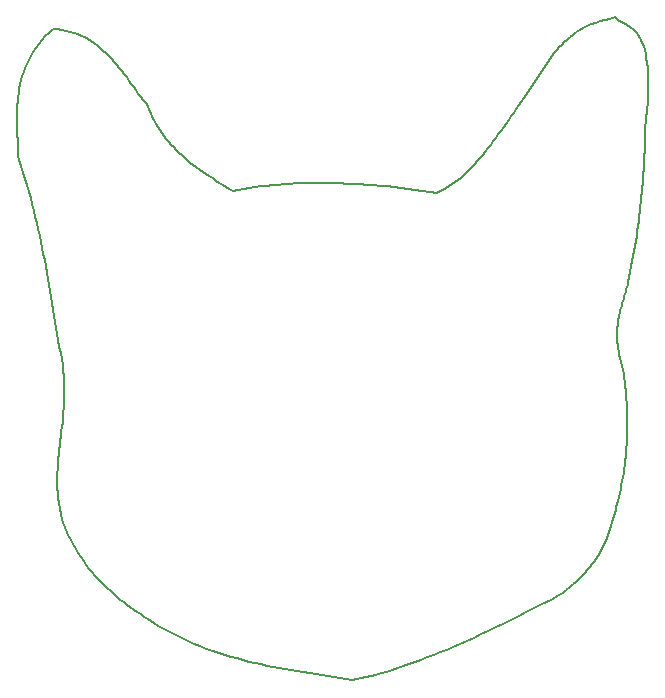
<source format=gm1>
G04 #@! TF.GenerationSoftware,KiCad,Pcbnew,5.1.6-c6e7f7d~87~ubuntu18.04.1*
G04 #@! TF.CreationDate,2020-07-20T20:37:32+02:00*
G04 #@! TF.ProjectId,cat-demo,6361742d-6465-46d6-9f2e-6b696361645f,rev?*
G04 #@! TF.SameCoordinates,Original*
G04 #@! TF.FileFunction,Profile,NP*
%FSLAX46Y46*%
G04 Gerber Fmt 4.6, Leading zero omitted, Abs format (unit mm)*
G04 Created by KiCad (PCBNEW 5.1.6-c6e7f7d~87~ubuntu18.04.1) date 2020-07-20 20:37:32*
%MOMM*%
%LPD*%
G01*
G04 APERTURE LIST*
G04 #@! TA.AperFunction,Profile*
%ADD10C,0.200000*%
G04 #@! TD*
G04 APERTURE END LIST*
D10*
X156893649Y-50020112D02*
X156883306Y-50390648D01*
X156883306Y-50390648D02*
X156871557Y-50762587D01*
X156871557Y-50762587D02*
X156858318Y-51136014D01*
X156858318Y-51136014D02*
X156843504Y-51511014D01*
X156843504Y-51511014D02*
X156827030Y-51887672D01*
X156827030Y-51887672D02*
X156808810Y-52266074D01*
X156808810Y-52266074D02*
X156788760Y-52646304D01*
X156788760Y-52646304D02*
X156766796Y-53028448D01*
X156766796Y-53028448D02*
X156742831Y-53412591D01*
X156742831Y-53412591D02*
X156716782Y-53798817D01*
X156716782Y-53798817D02*
X156688563Y-54187213D01*
X156688563Y-54187213D02*
X156658090Y-54577862D01*
X156658090Y-54577862D02*
X156625278Y-54970850D01*
X156625278Y-54970850D02*
X156590041Y-55366263D01*
X156590041Y-55366263D02*
X156552295Y-55764185D01*
X156552295Y-55764185D02*
X156511956Y-56164702D01*
X156511956Y-56164702D02*
X156468937Y-56567898D01*
X156468937Y-56567898D02*
X156423154Y-56973858D01*
X156423154Y-56973858D02*
X156374523Y-57382669D01*
X156374523Y-57382669D02*
X156322959Y-57794414D01*
X156322959Y-57794414D02*
X156268376Y-58209180D01*
X156268376Y-58209180D02*
X156210690Y-58627050D01*
X156210690Y-58627050D02*
X156149815Y-59048111D01*
X156149815Y-59048111D02*
X156085668Y-59472447D01*
X156085668Y-59472447D02*
X156018162Y-59900143D01*
X156018162Y-59900143D02*
X155947214Y-60331285D01*
X155947214Y-60331285D02*
X155872738Y-60765958D01*
X155872738Y-60765958D02*
X155794649Y-61204246D01*
X155794649Y-61204246D02*
X155712863Y-61646235D01*
X155712863Y-61646235D02*
X155627295Y-62092011D01*
X155627295Y-62092011D02*
X155537859Y-62541657D01*
X155537859Y-62541657D02*
X155444472Y-62995260D01*
X107477731Y-69482797D02*
X107374604Y-68958410D01*
X107374604Y-68958410D02*
X107275081Y-68434623D01*
X107275081Y-68434623D02*
X107178730Y-67911365D01*
X107178730Y-67911365D02*
X107085118Y-67388563D01*
X107085118Y-67388563D02*
X106993813Y-66866145D01*
X106993813Y-66866145D02*
X106904381Y-66344040D01*
X106904381Y-66344040D02*
X106816391Y-65822174D01*
X106816391Y-65822174D02*
X106729410Y-65300477D01*
X106729410Y-65300477D02*
X106643005Y-64778875D01*
X106643005Y-64778875D02*
X106556743Y-64257297D01*
X106556743Y-64257297D02*
X106470193Y-63735671D01*
X106470193Y-63735671D02*
X106382922Y-63213925D01*
X106382922Y-63213925D02*
X106294496Y-62691986D01*
X106294496Y-62691986D02*
X106204484Y-62169783D01*
X106204484Y-62169783D02*
X106112453Y-61647244D01*
X106112453Y-61647244D02*
X106017970Y-61124296D01*
X106017970Y-61124296D02*
X105920603Y-60600867D01*
X105920603Y-60600867D02*
X105819919Y-60076885D01*
X105819919Y-60076885D02*
X105715486Y-59552279D01*
X105715486Y-59552279D02*
X105606871Y-59026976D01*
X105606871Y-59026976D02*
X105493641Y-58500904D01*
X105493641Y-58500904D02*
X105375364Y-57973990D01*
X105375364Y-57973990D02*
X105251608Y-57446164D01*
X105251608Y-57446164D02*
X105121940Y-56917353D01*
X105121940Y-56917353D02*
X104985927Y-56387484D01*
X104985927Y-56387484D02*
X104843136Y-55856486D01*
X104843136Y-55856486D02*
X104693136Y-55324287D01*
X104693136Y-55324287D02*
X104535494Y-54790814D01*
X104535494Y-54790814D02*
X104369776Y-54255996D01*
X104369776Y-54255996D02*
X104195551Y-53719760D01*
X104195551Y-53719760D02*
X104012386Y-53182035D01*
X104012386Y-53182035D02*
X103819849Y-52642748D01*
X149577885Y-89497620D02*
X148872524Y-89870428D01*
X148872524Y-89870428D02*
X148177328Y-90233655D01*
X148177328Y-90233655D02*
X147492295Y-90587302D01*
X147492295Y-90587302D02*
X146817427Y-90931366D01*
X146817427Y-90931366D02*
X146152722Y-91265850D01*
X146152722Y-91265850D02*
X145498181Y-91590752D01*
X145498181Y-91590752D02*
X144853804Y-91906073D01*
X144853804Y-91906073D02*
X144219591Y-92211813D01*
X144219591Y-92211813D02*
X143595542Y-92507971D01*
X143595542Y-92507971D02*
X142981657Y-92794548D01*
X142981657Y-92794548D02*
X142377936Y-93071544D01*
X142377936Y-93071544D02*
X141784379Y-93338958D01*
X141784379Y-93338958D02*
X141200985Y-93596791D01*
X141200985Y-93596791D02*
X140627756Y-93845042D01*
X140627756Y-93845042D02*
X140064690Y-94083713D01*
X140064690Y-94083713D02*
X139511789Y-94312801D01*
X139511789Y-94312801D02*
X138969051Y-94532308D01*
X138969051Y-94532308D02*
X138436477Y-94742234D01*
X138436477Y-94742234D02*
X137914068Y-94942578D01*
X137914068Y-94942578D02*
X137401822Y-95133341D01*
X137401822Y-95133341D02*
X136899740Y-95314522D01*
X136899740Y-95314522D02*
X136407822Y-95486122D01*
X136407822Y-95486122D02*
X135926068Y-95648140D01*
X135926068Y-95648140D02*
X135454478Y-95800577D01*
X135454478Y-95800577D02*
X134993052Y-95943432D01*
X134993052Y-95943432D02*
X134541789Y-96076705D01*
X134541789Y-96076705D02*
X134100691Y-96200397D01*
X134100691Y-96200397D02*
X133669757Y-96314508D01*
X133669757Y-96314508D02*
X133248986Y-96419036D01*
X133248986Y-96419036D02*
X132838380Y-96513983D01*
X132838380Y-96513983D02*
X132437937Y-96599349D01*
X132437937Y-96599349D02*
X132047659Y-96675133D01*
X154547269Y-81491691D02*
X154487910Y-81753870D01*
X154487910Y-81753870D02*
X154426930Y-82015847D01*
X154426930Y-82015847D02*
X154363871Y-82277563D01*
X154363871Y-82277563D02*
X154298276Y-82538962D01*
X154298276Y-82538962D02*
X154229689Y-82799987D01*
X154229689Y-82799987D02*
X154157653Y-83060581D01*
X154157653Y-83060581D02*
X154081712Y-83320686D01*
X154081712Y-83320686D02*
X154001408Y-83580246D01*
X154001408Y-83580246D02*
X153916284Y-83839203D01*
X153916284Y-83839203D02*
X153825885Y-84097500D01*
X153825885Y-84097500D02*
X153729753Y-84355081D01*
X153729753Y-84355081D02*
X153627432Y-84611887D01*
X153627432Y-84611887D02*
X153518465Y-84867863D01*
X153518465Y-84867863D02*
X153402395Y-85122951D01*
X153402395Y-85122951D02*
X153278765Y-85377094D01*
X153278765Y-85377094D02*
X153147120Y-85630235D01*
X153147120Y-85630235D02*
X153007001Y-85882316D01*
X153007001Y-85882316D02*
X152857952Y-86133281D01*
X152857952Y-86133281D02*
X152699517Y-86383073D01*
X152699517Y-86383073D02*
X152531239Y-86631635D01*
X152531239Y-86631635D02*
X152352661Y-86878909D01*
X152352661Y-86878909D02*
X152163326Y-87124838D01*
X152163326Y-87124838D02*
X151962778Y-87369365D01*
X151962778Y-87369365D02*
X151750560Y-87612434D01*
X151750560Y-87612434D02*
X151526215Y-87853987D01*
X151526215Y-87853987D02*
X151289287Y-88093967D01*
X151289287Y-88093967D02*
X151039318Y-88332317D01*
X151039318Y-88332317D02*
X150775852Y-88568980D01*
X150775852Y-88568980D02*
X150498433Y-88803899D01*
X150498433Y-88803899D02*
X150206603Y-89037016D01*
X150206603Y-89037016D02*
X149899905Y-89268276D01*
X149899905Y-89268276D02*
X149577885Y-89497620D01*
X114793514Y-48087643D02*
X114904976Y-48394011D01*
X114904976Y-48394011D02*
X115026592Y-48692996D01*
X115026592Y-48692996D02*
X115158074Y-48984805D01*
X115158074Y-48984805D02*
X115299136Y-49269647D01*
X115299136Y-49269647D02*
X115449488Y-49547732D01*
X115449488Y-49547732D02*
X115608845Y-49819269D01*
X115608845Y-49819269D02*
X115776919Y-50084466D01*
X115776919Y-50084466D02*
X115953423Y-50343533D01*
X115953423Y-50343533D02*
X116138068Y-50596679D01*
X116138068Y-50596679D02*
X116330569Y-50844111D01*
X116330569Y-50844111D02*
X116530637Y-51086041D01*
X116530637Y-51086041D02*
X116737985Y-51322675D01*
X116737985Y-51322675D02*
X116952325Y-51554225D01*
X116952325Y-51554225D02*
X117173371Y-51780897D01*
X117173371Y-51780897D02*
X117400835Y-52002902D01*
X117400835Y-52002902D02*
X117634430Y-52220449D01*
X117634430Y-52220449D02*
X117873868Y-52433745D01*
X117873868Y-52433745D02*
X118118862Y-52643001D01*
X118118862Y-52643001D02*
X118369125Y-52848426D01*
X118369125Y-52848426D02*
X118624369Y-53050227D01*
X118624369Y-53050227D02*
X118884307Y-53248615D01*
X118884307Y-53248615D02*
X119148651Y-53443798D01*
X119148651Y-53443798D02*
X119417115Y-53635986D01*
X119417115Y-53635986D02*
X119689410Y-53825386D01*
X119689410Y-53825386D02*
X119965250Y-54012209D01*
X119965250Y-54012209D02*
X120244347Y-54196663D01*
X120244347Y-54196663D02*
X120526414Y-54378957D01*
X120526414Y-54378957D02*
X120811163Y-54559300D01*
X120811163Y-54559300D02*
X121098308Y-54737901D01*
X121098308Y-54737901D02*
X121387560Y-54914970D01*
X121387560Y-54914970D02*
X121678632Y-55090714D01*
X121678632Y-55090714D02*
X121971238Y-55265344D01*
X132047659Y-96675133D02*
X131534345Y-96590129D01*
X131534345Y-96590129D02*
X131021032Y-96507014D01*
X131021032Y-96507014D02*
X130507719Y-96425213D01*
X130507719Y-96425213D02*
X129994406Y-96344154D01*
X129994406Y-96344154D02*
X129481094Y-96263265D01*
X129481094Y-96263265D02*
X128967782Y-96181972D01*
X128967782Y-96181972D02*
X128454469Y-96099705D01*
X128454469Y-96099705D02*
X127941158Y-96015889D01*
X127941158Y-96015889D02*
X127427846Y-95929952D01*
X127427846Y-95929952D02*
X126914534Y-95841322D01*
X126914534Y-95841322D02*
X126401223Y-95749426D01*
X126401223Y-95749426D02*
X125887911Y-95653692D01*
X125887911Y-95653692D02*
X125374600Y-95553546D01*
X125374600Y-95553546D02*
X124861289Y-95448417D01*
X124861289Y-95448417D02*
X124347977Y-95337732D01*
X124347977Y-95337732D02*
X123834666Y-95220917D01*
X123834666Y-95220917D02*
X123321355Y-95097401D01*
X123321355Y-95097401D02*
X122808044Y-94966611D01*
X122808044Y-94966611D02*
X122294732Y-94827975D01*
X122294732Y-94827975D02*
X121781421Y-94680919D01*
X121781421Y-94680919D02*
X121268110Y-94524872D01*
X121268110Y-94524872D02*
X120754798Y-94359260D01*
X120754798Y-94359260D02*
X120241487Y-94183511D01*
X120241487Y-94183511D02*
X119728175Y-93997052D01*
X119728175Y-93997052D02*
X119214863Y-93799311D01*
X119214863Y-93799311D02*
X118701551Y-93589716D01*
X118701551Y-93589716D02*
X118188239Y-93367693D01*
X118188239Y-93367693D02*
X117674926Y-93132670D01*
X117674926Y-93132670D02*
X117161614Y-92884075D01*
X117161614Y-92884075D02*
X116648301Y-92621335D01*
X116648301Y-92621335D02*
X116134988Y-92343877D01*
X116134988Y-92343877D02*
X115621675Y-92051129D01*
X107477731Y-83079097D02*
X107375314Y-82606448D01*
X107375314Y-82606448D02*
X107290843Y-82144806D01*
X107290843Y-82144806D02*
X107223183Y-81693378D01*
X107223183Y-81693378D02*
X107171200Y-81251372D01*
X107171200Y-81251372D02*
X107133761Y-80817994D01*
X107133761Y-80817994D02*
X107109731Y-80392454D01*
X107109731Y-80392454D02*
X107097978Y-79973957D01*
X107097978Y-79973957D02*
X107097367Y-79561712D01*
X107097367Y-79561712D02*
X107106765Y-79154926D01*
X107106765Y-79154926D02*
X107125037Y-78752806D01*
X107125037Y-78752806D02*
X107151051Y-78354561D01*
X107151051Y-78354561D02*
X107183673Y-77959397D01*
X107183673Y-77959397D02*
X107221768Y-77566523D01*
X107221768Y-77566523D02*
X107264203Y-77175145D01*
X107264203Y-77175145D02*
X107309845Y-76784470D01*
X107309845Y-76784470D02*
X107357559Y-76393708D01*
X107357559Y-76393708D02*
X107406212Y-76002064D01*
X107406212Y-76002064D02*
X107454670Y-75608747D01*
X107454670Y-75608747D02*
X107501799Y-75212965D01*
X107501799Y-75212965D02*
X107546466Y-74813923D01*
X107546466Y-74813923D02*
X107587537Y-74410831D01*
X107587537Y-74410831D02*
X107623878Y-74002895D01*
X107623878Y-74002895D02*
X107654356Y-73589323D01*
X107654356Y-73589323D02*
X107677837Y-73169323D01*
X107677837Y-73169323D02*
X107693186Y-72742102D01*
X107693186Y-72742102D02*
X107699271Y-72306867D01*
X107699271Y-72306867D02*
X107694957Y-71862827D01*
X107694957Y-71862827D02*
X107679111Y-71409188D01*
X107679111Y-71409188D02*
X107650599Y-70945158D01*
X107650599Y-70945158D02*
X107608287Y-70469944D01*
X107608287Y-70469944D02*
X107551043Y-69982755D01*
X107551043Y-69982755D02*
X107477731Y-69482797D01*
X146610141Y-47397478D02*
X146795889Y-47151129D01*
X146795889Y-47151129D02*
X146975486Y-46901160D01*
X146975486Y-46901160D02*
X147149906Y-46648147D01*
X147149906Y-46648147D02*
X147320123Y-46392661D01*
X147320123Y-46392661D02*
X147487115Y-46135278D01*
X147487115Y-46135278D02*
X147651855Y-45876570D01*
X147651855Y-45876570D02*
X147815319Y-45617111D01*
X147815319Y-45617111D02*
X147978483Y-45357476D01*
X147978483Y-45357476D02*
X148142321Y-45098237D01*
X148142321Y-45098237D02*
X148307810Y-44839969D01*
X148307810Y-44839969D02*
X148475924Y-44583245D01*
X148475924Y-44583245D02*
X148647638Y-44328639D01*
X148647638Y-44328639D02*
X148823929Y-44076725D01*
X148823929Y-44076725D02*
X149005771Y-43828077D01*
X149005771Y-43828077D02*
X149194139Y-43583267D01*
X149194139Y-43583267D02*
X149390009Y-43342871D01*
X149390009Y-43342871D02*
X149594357Y-43107461D01*
X149594357Y-43107461D02*
X149808157Y-42877611D01*
X149808157Y-42877611D02*
X150032384Y-42653896D01*
X150032384Y-42653896D02*
X150268015Y-42436888D01*
X150268015Y-42436888D02*
X150516024Y-42227162D01*
X150516024Y-42227162D02*
X150777387Y-42025291D01*
X150777387Y-42025291D02*
X151053079Y-41831849D01*
X151053079Y-41831849D02*
X151344075Y-41647409D01*
X151344075Y-41647409D02*
X151651350Y-41472547D01*
X151651350Y-41472547D02*
X151975881Y-41307834D01*
X151975881Y-41307834D02*
X152318642Y-41153845D01*
X152318642Y-41153845D02*
X152680608Y-41011154D01*
X152680608Y-41011154D02*
X153062755Y-40880334D01*
X153062755Y-40880334D02*
X153466058Y-40761959D01*
X153466058Y-40761959D02*
X153891493Y-40656603D01*
X153891493Y-40656603D02*
X154340035Y-40564840D01*
X103819849Y-52642748D02*
X103807779Y-52302558D01*
X103807779Y-52302558D02*
X103793041Y-51958954D01*
X103793041Y-51958954D02*
X103776563Y-51612234D01*
X103776563Y-51612234D02*
X103759273Y-51262691D01*
X103759273Y-51262691D02*
X103742102Y-50910623D01*
X103742102Y-50910623D02*
X103725978Y-50556325D01*
X103725978Y-50556325D02*
X103711831Y-50200092D01*
X103711831Y-50200092D02*
X103700590Y-49842222D01*
X103700590Y-49842222D02*
X103693184Y-49483009D01*
X103693184Y-49483009D02*
X103690543Y-49122749D01*
X103690543Y-49122749D02*
X103693595Y-48761739D01*
X103693595Y-48761739D02*
X103703270Y-48400274D01*
X103703270Y-48400274D02*
X103720497Y-48038649D01*
X103720497Y-48038649D02*
X103746205Y-47677162D01*
X103746205Y-47677162D02*
X103781323Y-47316107D01*
X103781323Y-47316107D02*
X103826782Y-46955781D01*
X103826782Y-46955781D02*
X103883509Y-46596479D01*
X103883509Y-46596479D02*
X103952434Y-46238497D01*
X103952434Y-46238497D02*
X104034486Y-45882132D01*
X104034486Y-45882132D02*
X104130595Y-45527678D01*
X104130595Y-45527678D02*
X104241690Y-45175432D01*
X104241690Y-45175432D02*
X104368700Y-44825690D01*
X104368700Y-44825690D02*
X104512553Y-44478748D01*
X104512553Y-44478748D02*
X104674181Y-44134900D01*
X104674181Y-44134900D02*
X104854510Y-43794444D01*
X104854510Y-43794444D02*
X105054472Y-43457675D01*
X105054472Y-43457675D02*
X105274995Y-43124889D01*
X105274995Y-43124889D02*
X105517007Y-42796381D01*
X105517007Y-42796381D02*
X105781440Y-42472448D01*
X105781440Y-42472448D02*
X106069221Y-42153386D01*
X106069221Y-42153386D02*
X106381280Y-41839490D01*
X106381280Y-41839490D02*
X106718546Y-41531056D01*
X121971238Y-55265344D02*
X122430878Y-55173049D01*
X122430878Y-55173049D02*
X122896153Y-55087598D01*
X122896153Y-55087598D02*
X123367014Y-55008931D01*
X123367014Y-55008931D02*
X123843409Y-54936984D01*
X123843409Y-54936984D02*
X124325289Y-54871699D01*
X124325289Y-54871699D02*
X124812604Y-54813012D01*
X124812604Y-54813012D02*
X125305302Y-54760865D01*
X125305302Y-54760865D02*
X125803334Y-54715194D01*
X125803334Y-54715194D02*
X126306649Y-54675939D01*
X126306649Y-54675939D02*
X126815197Y-54643040D01*
X126815197Y-54643040D02*
X127328928Y-54616434D01*
X127328928Y-54616434D02*
X127847791Y-54596062D01*
X127847791Y-54596062D02*
X128371737Y-54581861D01*
X128371737Y-54581861D02*
X128900714Y-54573770D01*
X128900714Y-54573770D02*
X129434672Y-54571730D01*
X129434672Y-54571730D02*
X129973562Y-54575677D01*
X129973562Y-54575677D02*
X130517333Y-54585552D01*
X130517333Y-54585552D02*
X131065934Y-54601293D01*
X131065934Y-54601293D02*
X131619315Y-54622840D01*
X131619315Y-54622840D02*
X132177426Y-54650130D01*
X132177426Y-54650130D02*
X132740217Y-54683103D01*
X132740217Y-54683103D02*
X133307637Y-54721698D01*
X133307637Y-54721698D02*
X133879636Y-54765854D01*
X133879636Y-54765854D02*
X134456163Y-54815509D01*
X134456163Y-54815509D02*
X135037169Y-54870603D01*
X135037169Y-54870603D02*
X135622603Y-54931075D01*
X135622603Y-54931075D02*
X136212415Y-54996862D01*
X136212415Y-54996862D02*
X136806554Y-55067905D01*
X136806554Y-55067905D02*
X137404970Y-55144142D01*
X137404970Y-55144142D02*
X138007613Y-55225512D01*
X138007613Y-55225512D02*
X138614433Y-55311954D01*
X138614433Y-55311954D02*
X139225379Y-55403407D01*
X154340035Y-40564840D02*
X154561223Y-40751857D01*
X154561223Y-40751857D02*
X154808004Y-40912201D01*
X154808004Y-40912201D02*
X155073135Y-41063129D01*
X155073135Y-41063129D02*
X155349372Y-41221896D01*
X155349372Y-41221896D02*
X155629469Y-41405760D01*
X155629469Y-41405760D02*
X155906185Y-41631978D01*
X155906185Y-41631978D02*
X156172274Y-41917806D01*
X156172274Y-41917806D02*
X156299070Y-42088467D01*
X156299070Y-42088467D02*
X156420493Y-42280501D01*
X156420493Y-42280501D02*
X156535638Y-42496067D01*
X156535638Y-42496067D02*
X156643598Y-42737321D01*
X156643598Y-42737321D02*
X156743469Y-43006420D01*
X156743469Y-43006420D02*
X156834345Y-43305522D01*
X156834345Y-43305522D02*
X156915320Y-43636783D01*
X156915320Y-43636783D02*
X156985490Y-44002361D01*
X156985490Y-44002361D02*
X157043948Y-44404412D01*
X157043948Y-44404412D02*
X157089789Y-44845094D01*
X157089789Y-44845094D02*
X157122108Y-45326564D01*
X157122108Y-45326564D02*
X157139998Y-45850979D01*
X157139998Y-45850979D02*
X157142555Y-46420496D01*
X157142555Y-46420496D02*
X157128874Y-47037272D01*
X157128874Y-47037272D02*
X157098048Y-47703465D01*
X157098048Y-47703465D02*
X157049172Y-48421231D01*
X157049172Y-48421231D02*
X156981341Y-49192727D01*
X156981341Y-49192727D02*
X156893649Y-50020112D01*
X139225379Y-55403407D02*
X139490340Y-55289963D01*
X139490340Y-55289963D02*
X139751778Y-55162428D01*
X139751778Y-55162428D02*
X140009825Y-55021327D01*
X140009825Y-55021327D02*
X140264613Y-54867188D01*
X140264613Y-54867188D02*
X140516272Y-54700538D01*
X140516272Y-54700538D02*
X140764935Y-54521903D01*
X140764935Y-54521903D02*
X141010734Y-54331811D01*
X141010734Y-54331811D02*
X141253800Y-54130790D01*
X141253800Y-54130790D02*
X141494266Y-53919365D01*
X141494266Y-53919365D02*
X141732262Y-53698063D01*
X141732262Y-53698063D02*
X141967920Y-53467413D01*
X141967920Y-53467413D02*
X142201373Y-53227941D01*
X142201373Y-53227941D02*
X142432753Y-52980174D01*
X142432753Y-52980174D02*
X142662190Y-52724638D01*
X142662190Y-52724638D02*
X142889816Y-52461862D01*
X142889816Y-52461862D02*
X143115764Y-52192372D01*
X143115764Y-52192372D02*
X143340165Y-51916694D01*
X143340165Y-51916694D02*
X143563151Y-51635357D01*
X143563151Y-51635357D02*
X143784853Y-51348887D01*
X143784853Y-51348887D02*
X144005404Y-51057811D01*
X144005404Y-51057811D02*
X144224935Y-50762656D01*
X144224935Y-50762656D02*
X144443578Y-50463949D01*
X144443578Y-50463949D02*
X144661464Y-50162218D01*
X144661464Y-50162218D02*
X144878725Y-49857989D01*
X144878725Y-49857989D02*
X145095494Y-49551789D01*
X145095494Y-49551789D02*
X145311902Y-49244145D01*
X145311902Y-49244145D02*
X145528080Y-48935585D01*
X145528080Y-48935585D02*
X145744160Y-48626634D01*
X145744160Y-48626634D02*
X145960275Y-48317822D01*
X145960275Y-48317822D02*
X146176555Y-48009673D01*
X146176555Y-48009673D02*
X146393133Y-47702716D01*
X146393133Y-47702716D02*
X146610141Y-47397478D01*
X115621675Y-92051129D02*
X115326306Y-91864198D01*
X115326306Y-91864198D02*
X115031452Y-91676088D01*
X115031452Y-91676088D02*
X114737324Y-91486314D01*
X114737324Y-91486314D02*
X114444135Y-91294391D01*
X114444135Y-91294391D02*
X114152098Y-91099834D01*
X114152098Y-91099834D02*
X113861423Y-90902158D01*
X113861423Y-90902158D02*
X113572325Y-90700878D01*
X113572325Y-90700878D02*
X113285014Y-90495510D01*
X113285014Y-90495510D02*
X112999703Y-90285568D01*
X112999703Y-90285568D02*
X112716604Y-90070566D01*
X112716604Y-90070566D02*
X112435931Y-89850021D01*
X112435931Y-89850021D02*
X112157894Y-89623448D01*
X112157894Y-89623448D02*
X111882705Y-89390361D01*
X111882705Y-89390361D02*
X111610579Y-89150275D01*
X111610579Y-89150275D02*
X111341725Y-88902705D01*
X111341725Y-88902705D02*
X111076358Y-88647167D01*
X111076358Y-88647167D02*
X110814689Y-88383175D01*
X110814689Y-88383175D02*
X110556929Y-88110245D01*
X110556929Y-88110245D02*
X110303293Y-87827891D01*
X110303293Y-87827891D02*
X110053991Y-87535629D01*
X110053991Y-87535629D02*
X109809236Y-87232973D01*
X109809236Y-87232973D02*
X109569240Y-86919439D01*
X109569240Y-86919439D02*
X109334215Y-86594542D01*
X109334215Y-86594542D02*
X109104375Y-86257796D01*
X109104375Y-86257796D02*
X108879930Y-85908718D01*
X108879930Y-85908718D02*
X108661093Y-85546820D01*
X108661093Y-85546820D02*
X108448077Y-85171620D01*
X108448077Y-85171620D02*
X108241093Y-84782632D01*
X108241093Y-84782632D02*
X108040355Y-84379370D01*
X108040355Y-84379370D02*
X107846073Y-83961350D01*
X107846073Y-83961350D02*
X107658461Y-83528087D01*
X107658461Y-83528087D02*
X107477731Y-83079097D01*
X155444472Y-62995260D02*
X155394281Y-63196260D01*
X155394281Y-63196260D02*
X155341204Y-63394948D01*
X155341204Y-63394948D02*
X155285769Y-63591748D01*
X155285769Y-63591748D02*
X155228506Y-63787083D01*
X155228506Y-63787083D02*
X155169942Y-63981375D01*
X155169942Y-63981375D02*
X155110608Y-64175050D01*
X155110608Y-64175050D02*
X155051032Y-64368528D01*
X155051032Y-64368528D02*
X154991742Y-64562235D01*
X154991742Y-64562235D02*
X154933268Y-64756593D01*
X154933268Y-64756593D02*
X154876139Y-64952025D01*
X154876139Y-64952025D02*
X154820883Y-65148955D01*
X154820883Y-65148955D02*
X154768030Y-65347805D01*
X154768030Y-65347805D02*
X154718108Y-65549000D01*
X154718108Y-65549000D02*
X154671647Y-65752962D01*
X154671647Y-65752962D02*
X154629175Y-65960114D01*
X154629175Y-65960114D02*
X154591220Y-66170881D01*
X154591220Y-66170881D02*
X154558313Y-66385684D01*
X154558313Y-66385684D02*
X154530982Y-66604948D01*
X154530982Y-66604948D02*
X154509755Y-66829095D01*
X154509755Y-66829095D02*
X154495162Y-67058550D01*
X154495162Y-67058550D02*
X154487732Y-67293734D01*
X154487732Y-67293734D02*
X154487993Y-67535072D01*
X154487993Y-67535072D02*
X154496475Y-67782986D01*
X154496475Y-67782986D02*
X154513706Y-68037901D01*
X154513706Y-68037901D02*
X154540216Y-68300238D01*
X154540216Y-68300238D02*
X154576532Y-68570422D01*
X154576532Y-68570422D02*
X154623185Y-68848875D01*
X154623185Y-68848875D02*
X154680702Y-69136021D01*
X154680702Y-69136021D02*
X154749613Y-69432283D01*
X154749613Y-69432283D02*
X154830447Y-69738085D01*
X154830447Y-69738085D02*
X154923733Y-70053849D01*
X154923733Y-70053849D02*
X155030000Y-70380000D01*
X106718546Y-41531056D02*
X107100040Y-41559832D01*
X107100040Y-41559832D02*
X107467727Y-41607437D01*
X107467727Y-41607437D02*
X107822154Y-41673123D01*
X107822154Y-41673123D02*
X108163868Y-41756144D01*
X108163868Y-41756144D02*
X108493418Y-41855754D01*
X108493418Y-41855754D02*
X108811351Y-41971205D01*
X108811351Y-41971205D02*
X109118213Y-42101752D01*
X109118213Y-42101752D02*
X109414554Y-42246647D01*
X109414554Y-42246647D02*
X109700919Y-42405145D01*
X109700919Y-42405145D02*
X109977857Y-42576498D01*
X109977857Y-42576498D02*
X110245915Y-42759960D01*
X110245915Y-42759960D02*
X110505641Y-42954785D01*
X110505641Y-42954785D02*
X110757582Y-43160225D01*
X110757582Y-43160225D02*
X111002286Y-43375535D01*
X111002286Y-43375535D02*
X111240300Y-43599967D01*
X111240300Y-43599967D02*
X111472171Y-43832775D01*
X111472171Y-43832775D02*
X111698448Y-44073213D01*
X111698448Y-44073213D02*
X111919677Y-44320533D01*
X111919677Y-44320533D02*
X112136406Y-44573990D01*
X112136406Y-44573990D02*
X112349183Y-44832837D01*
X112349183Y-44832837D02*
X112558555Y-45096327D01*
X112558555Y-45096327D02*
X112765070Y-45363713D01*
X112765070Y-45363713D02*
X112969275Y-45634250D01*
X112969275Y-45634250D02*
X113171718Y-45907190D01*
X113171718Y-45907190D02*
X113372945Y-46181786D01*
X113372945Y-46181786D02*
X113573506Y-46457293D01*
X113573506Y-46457293D02*
X113773946Y-46732964D01*
X113773946Y-46732964D02*
X113974815Y-47008052D01*
X113974815Y-47008052D02*
X114176658Y-47281810D01*
X114176658Y-47281810D02*
X114380024Y-47553492D01*
X114380024Y-47553492D02*
X114585460Y-47822352D01*
X114585460Y-47822352D02*
X114793514Y-48087643D01*
X132047659Y-96675133D02*
X132047659Y-96675133D01*
X155030000Y-70380000D02*
X155078200Y-70735149D01*
X155078200Y-70735149D02*
X155122776Y-71089846D01*
X155122776Y-71089846D02*
X155163680Y-71444084D01*
X155163680Y-71444084D02*
X155200868Y-71797858D01*
X155200868Y-71797858D02*
X155234293Y-72151162D01*
X155234293Y-72151162D02*
X155263909Y-72503989D01*
X155263909Y-72503989D02*
X155289672Y-72856336D01*
X155289672Y-72856336D02*
X155311534Y-73208195D01*
X155311534Y-73208195D02*
X155329451Y-73559561D01*
X155329451Y-73559561D02*
X155343377Y-73910428D01*
X155343377Y-73910428D02*
X155353265Y-74260790D01*
X155353265Y-74260790D02*
X155359070Y-74610643D01*
X155359070Y-74610643D02*
X155360747Y-74959979D01*
X155360747Y-74959979D02*
X155358249Y-75308793D01*
X155358249Y-75308793D02*
X155351531Y-75657080D01*
X155351531Y-75657080D02*
X155340546Y-76004834D01*
X155340546Y-76004834D02*
X155325250Y-76352049D01*
X155325250Y-76352049D02*
X155305596Y-76698719D01*
X155305596Y-76698719D02*
X155281539Y-77044839D01*
X155281539Y-77044839D02*
X155253033Y-77390402D01*
X155253033Y-77390402D02*
X155220032Y-77735404D01*
X155220032Y-77735404D02*
X155182490Y-78079837D01*
X155182490Y-78079837D02*
X155140362Y-78423698D01*
X155140362Y-78423698D02*
X155093602Y-78766979D01*
X155093602Y-78766979D02*
X155042164Y-79109675D01*
X155042164Y-79109675D02*
X154986002Y-79451781D01*
X154986002Y-79451781D02*
X154925070Y-79793290D01*
X154925070Y-79793290D02*
X154859323Y-80134198D01*
X154859323Y-80134198D02*
X154788716Y-80474497D01*
X154788716Y-80474497D02*
X154713201Y-80814183D01*
X154713201Y-80814183D02*
X154632734Y-81153249D01*
X154632734Y-81153249D02*
X154547269Y-81491691D01*
M02*

</source>
